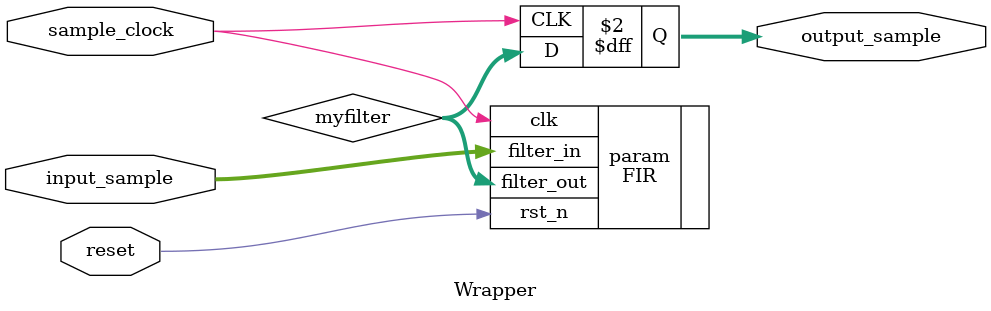
<source format=v>
module Wrapper (
 sample_clock,  
 reset, 
//input [1:0] selector, 
 input_sample, 
 output_sample
);
input sample_clock; 
input reset;
//input [1:0] selector, 
input [15:0] input_sample; 
output reg [15:0] output_sample;

	wire [15:0] myfilter;
//	reg  [1:0] switches;
	
//	echo_machine param (.sample_clock(sample_clock), .input_sample(input_sample), .output_sample(myecho));
	FIR param(.clk(sample_clock), .rst_n(reset), .filter_in(input_sample), .filter_out(myfilter));
	
always @(posedge sample_clock)
begin
//	switches = selector;
//	if (switches == 2'b00) output_sample = input_sample;
//		else if (switches == 2'b01) output_sample = myfilter;
//		else if (switches == 2'b10) output_sample = myecho;
	output_sample = myfilter;
end
endmodule
</source>
